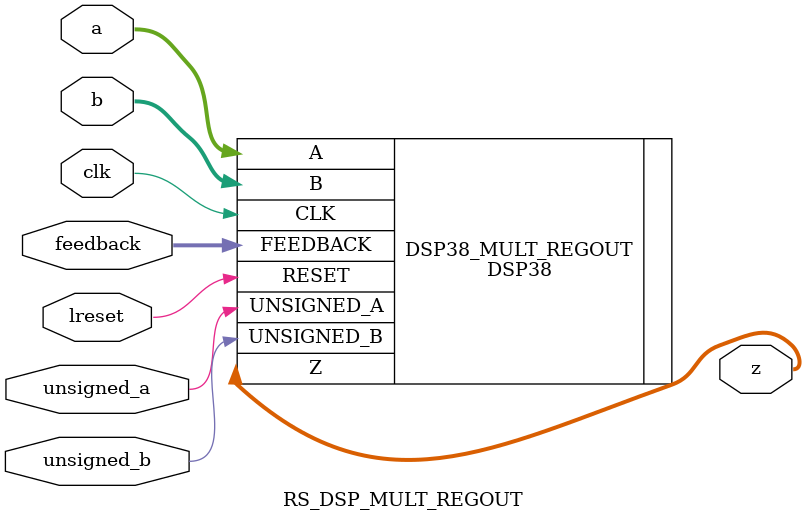
<source format=v>

module RS_DSP_MULT_REGOUT (
    input  wire [19:0] a,
    input  wire [17:0] b,
    output wire [37:0] z,

    (* clkbuf_sink *)
    input  wire       clk,
    input  wire       lreset,

    input  wire [2:0] feedback,
    input  wire       unsigned_a,
    input  wire       unsigned_b
);

DSP38 #(
    .DSP_MODE("MULTIPY"),
    .OUTPUT_REG_EN("TRUE"),
    .INPUT_REG_EN("FALSE")
) DSP38_MULT_REGOUT (
    .A(a),
    .B(b),
    .Z(z),
    .FEEDBACK(feedback),
    .UNSIGNED_A(unsigned_a),
    .UNSIGNED_B(unsigned_b),
    .CLK(clk),
    .RESET(lreset)
);

endmodule

</source>
